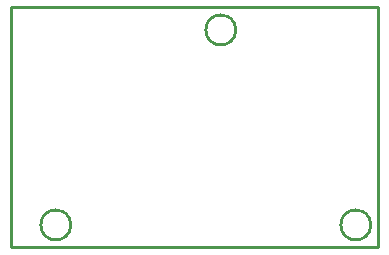
<source format=gbr>
G04 (created by PCBNEW (2013-07-07 BZR 4022)-stable) date 03/12/2013 21:27:05*
%MOIN*%
G04 Gerber Fmt 3.4, Leading zero omitted, Abs format*
%FSLAX34Y34*%
G01*
G70*
G90*
G04 APERTURE LIST*
%ADD10C,0.00590551*%
%ADD11C,0.01*%
G04 APERTURE END LIST*
G54D10*
G54D11*
X90500Y-21250D02*
G75*
G03X90500Y-21250I-500J0D01*
G74*
G01*
X95250Y-20500D02*
X83000Y-20500D01*
X95250Y-28500D02*
X95250Y-20500D01*
X83000Y-28500D02*
X95250Y-28500D01*
X83000Y-20500D02*
X83000Y-28500D01*
X85000Y-27750D02*
G75*
G03X85000Y-27750I-500J0D01*
G74*
G01*
X95000Y-27750D02*
G75*
G03X95000Y-27750I-500J0D01*
G74*
G01*
M02*

</source>
